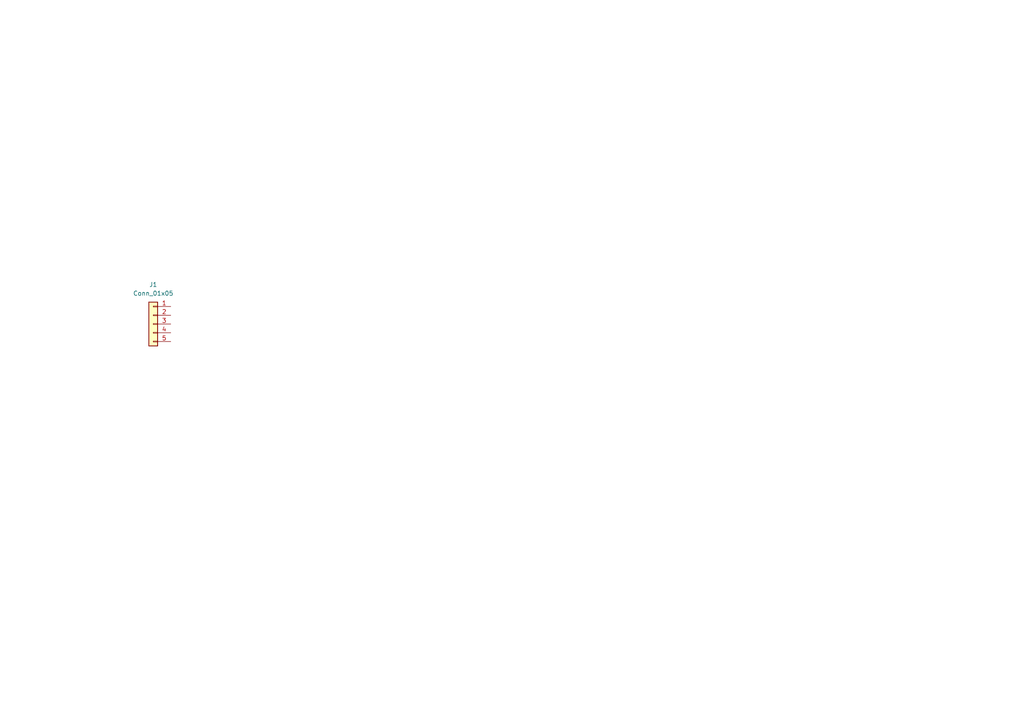
<source format=kicad_sch>
(kicad_sch (version 20230121) (generator eeschema)
  (paper "A4")
  (lib_symbols
    (symbol "Connector_Generic:Conn_01x05" (pin_names (offset 1.016) hide)
      (property "Reference" "J" (at 0 7.62 0))
      (property "Value" "Conn_01x05" (at 0 -7.62 0))
      (symbol "Conn_01x05_1_1"
        (rectangle (start -1.27 -4.953) (end 0 -5.207) (stroke (width 0.1524)))
        (rectangle (start -1.27 -2.413) (end 0 -2.667) (stroke (width 0.1524)))
        (rectangle (start -1.27 0.127) (end 0 -0.127) (stroke (width 0.1524)))
        (rectangle (start -1.27 2.667) (end 0 2.413) (stroke (width 0.1524)))
        (rectangle (start -1.27 5.207) (end 0 4.953) (stroke (width 0.1524)))
        (rectangle (start -1.27 6.35) (end 1.27 -6.35) (stroke (width 0.254)) (fill (type background)))
        (pin passive line (at -5.08 5.08 0) (length 3.81) (name "Pin_1") (number "1"))
        (pin passive line (at -5.08 2.54 0) (length 3.81) (name "Pin_2") (number "2"))
        (pin passive line (at -5.08 0 0) (length 3.81) (name "Pin_3") (number "3"))
        (pin passive line (at -5.08 -2.54 0) (length 3.81) (name "Pin_4") (number "4"))
        (pin passive line (at -5.08 -5.08 0) (length 3.81) (name "Pin_5") (number "5"))
      )
    )
  )
  (symbol (lib_id "Connector_Generic:Conn_01x05") (at 44.45 93.98 0) (mirror y) (unit 1)
    (property "Reference" "J1" (at 44.45 82.55 0))
    (property "Value" "Conn_01x05" (at 44.45 85.09 0))
  )
)
</source>
